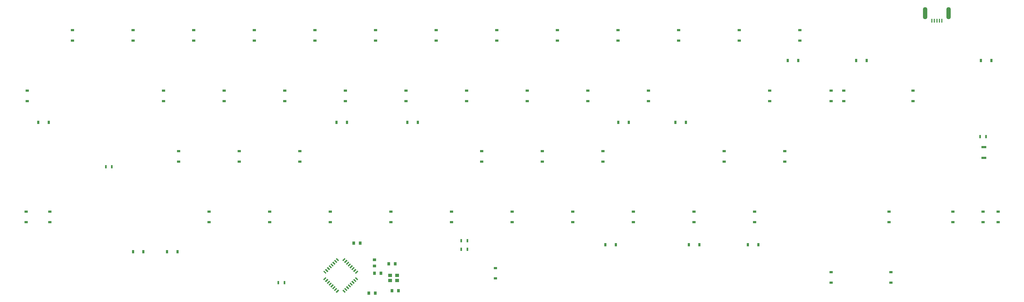
<source format=gbp>
G04 #@! TF.GenerationSoftware,KiCad,Pcbnew,(5.1.12)-1*
G04 #@! TF.CreationDate,2021-12-15T00:33:09-05:00*
G04 #@! TF.ProjectId,alps66,616c7073-3636-42e6-9b69-6361645f7063,F*
G04 #@! TF.SameCoordinates,Original*
G04 #@! TF.FileFunction,Paste,Bot*
G04 #@! TF.FilePolarity,Positive*
%FSLAX46Y46*%
G04 Gerber Fmt 4.6, Leading zero omitted, Abs format (unit mm)*
G04 Created by KiCad (PCBNEW (5.1.12)-1) date 2021-12-15 00:33:09*
%MOMM*%
%LPD*%
G01*
G04 APERTURE LIST*
%ADD10R,0.740000X1.040000*%
%ADD11C,0.100000*%
%ADD12R,0.340000X1.240000*%
%ADD13O,1.340000X3.840000*%
%ADD14R,0.840000X1.090000*%
%ADD15R,0.540000X1.140000*%
%ADD16R,1.540000X0.740000*%
%ADD17R,1.240000X1.040000*%
%ADD18R,1.040000X0.740000*%
%ADD19R,1.090000X0.840000*%
G04 APERTURE END LIST*
D10*
X80650000Y-106250000D03*
X77350000Y-106250000D03*
D11*
G36*
X137395862Y-114924937D02*
G01*
X137084735Y-115236064D01*
X136349344Y-114500673D01*
X136660471Y-114189546D01*
X137395862Y-114924937D01*
G37*
G36*
X136830176Y-115490622D02*
G01*
X136519049Y-115801749D01*
X135783658Y-115066358D01*
X136094785Y-114755231D01*
X136830176Y-115490622D01*
G37*
G36*
X136264491Y-116056308D02*
G01*
X135953364Y-116367435D01*
X135217973Y-115632044D01*
X135529100Y-115320917D01*
X136264491Y-116056308D01*
G37*
G36*
X135698806Y-116621993D02*
G01*
X135387679Y-116933120D01*
X134652288Y-116197729D01*
X134963415Y-115886602D01*
X135698806Y-116621993D01*
G37*
G36*
X135133120Y-117187679D02*
G01*
X134821993Y-117498806D01*
X134086602Y-116763415D01*
X134397729Y-116452288D01*
X135133120Y-117187679D01*
G37*
G36*
X134567435Y-117753364D02*
G01*
X134256308Y-118064491D01*
X133520917Y-117329100D01*
X133832044Y-117017973D01*
X134567435Y-117753364D01*
G37*
G36*
X134001749Y-118319049D02*
G01*
X133690622Y-118630176D01*
X132955231Y-117894785D01*
X133266358Y-117583658D01*
X134001749Y-118319049D01*
G37*
G36*
X133436064Y-118884735D02*
G01*
X133124937Y-119195862D01*
X132389546Y-118460471D01*
X132700673Y-118149344D01*
X133436064Y-118884735D01*
G37*
G36*
X130650063Y-119195862D02*
G01*
X130338936Y-118884735D01*
X131074327Y-118149344D01*
X131385454Y-118460471D01*
X130650063Y-119195862D01*
G37*
G36*
X130084378Y-118630176D02*
G01*
X129773251Y-118319049D01*
X130508642Y-117583658D01*
X130819769Y-117894785D01*
X130084378Y-118630176D01*
G37*
G36*
X129518692Y-118064491D02*
G01*
X129207565Y-117753364D01*
X129942956Y-117017973D01*
X130254083Y-117329100D01*
X129518692Y-118064491D01*
G37*
G36*
X128953007Y-117498806D02*
G01*
X128641880Y-117187679D01*
X129377271Y-116452288D01*
X129688398Y-116763415D01*
X128953007Y-117498806D01*
G37*
G36*
X128387321Y-116933120D02*
G01*
X128076194Y-116621993D01*
X128811585Y-115886602D01*
X129122712Y-116197729D01*
X128387321Y-116933120D01*
G37*
G36*
X127821636Y-116367435D02*
G01*
X127510509Y-116056308D01*
X128245900Y-115320917D01*
X128557027Y-115632044D01*
X127821636Y-116367435D01*
G37*
G36*
X127255951Y-115801749D02*
G01*
X126944824Y-115490622D01*
X127680215Y-114755231D01*
X127991342Y-115066358D01*
X127255951Y-115801749D01*
G37*
G36*
X126690265Y-115236064D02*
G01*
X126379138Y-114924937D01*
X127114529Y-114189546D01*
X127425656Y-114500673D01*
X126690265Y-115236064D01*
G37*
G36*
X127425656Y-112874327D02*
G01*
X127114529Y-113185454D01*
X126379138Y-112450063D01*
X126690265Y-112138936D01*
X127425656Y-112874327D01*
G37*
G36*
X127991342Y-112308642D02*
G01*
X127680215Y-112619769D01*
X126944824Y-111884378D01*
X127255951Y-111573251D01*
X127991342Y-112308642D01*
G37*
G36*
X128557027Y-111742956D02*
G01*
X128245900Y-112054083D01*
X127510509Y-111318692D01*
X127821636Y-111007565D01*
X128557027Y-111742956D01*
G37*
G36*
X129122712Y-111177271D02*
G01*
X128811585Y-111488398D01*
X128076194Y-110753007D01*
X128387321Y-110441880D01*
X129122712Y-111177271D01*
G37*
G36*
X129688398Y-110611585D02*
G01*
X129377271Y-110922712D01*
X128641880Y-110187321D01*
X128953007Y-109876194D01*
X129688398Y-110611585D01*
G37*
G36*
X130254083Y-110045900D02*
G01*
X129942956Y-110357027D01*
X129207565Y-109621636D01*
X129518692Y-109310509D01*
X130254083Y-110045900D01*
G37*
G36*
X130819769Y-109480215D02*
G01*
X130508642Y-109791342D01*
X129773251Y-109055951D01*
X130084378Y-108744824D01*
X130819769Y-109480215D01*
G37*
G36*
X131385454Y-108914529D02*
G01*
X131074327Y-109225656D01*
X130338936Y-108490265D01*
X130650063Y-108179138D01*
X131385454Y-108914529D01*
G37*
G36*
X132700673Y-109225656D02*
G01*
X132389546Y-108914529D01*
X133124937Y-108179138D01*
X133436064Y-108490265D01*
X132700673Y-109225656D01*
G37*
G36*
X133266358Y-109791342D02*
G01*
X132955231Y-109480215D01*
X133690622Y-108744824D01*
X134001749Y-109055951D01*
X133266358Y-109791342D01*
G37*
G36*
X133832044Y-110357027D02*
G01*
X133520917Y-110045900D01*
X134256308Y-109310509D01*
X134567435Y-109621636D01*
X133832044Y-110357027D01*
G37*
G36*
X134397729Y-110922712D02*
G01*
X134086602Y-110611585D01*
X134821993Y-109876194D01*
X135133120Y-110187321D01*
X134397729Y-110922712D01*
G37*
G36*
X134963415Y-111488398D02*
G01*
X134652288Y-111177271D01*
X135387679Y-110441880D01*
X135698806Y-110753007D01*
X134963415Y-111488398D01*
G37*
G36*
X135529100Y-112054083D02*
G01*
X135217973Y-111742956D01*
X135953364Y-111007565D01*
X136264491Y-111318692D01*
X135529100Y-112054083D01*
G37*
G36*
X136094785Y-112619769D02*
G01*
X135783658Y-112308642D01*
X136519049Y-111573251D01*
X136830176Y-111884378D01*
X136094785Y-112619769D01*
G37*
G36*
X136660471Y-113185454D02*
G01*
X136349344Y-112874327D01*
X137084735Y-112138936D01*
X137395862Y-112450063D01*
X136660471Y-113185454D01*
G37*
D12*
X317650000Y-33537500D03*
X318450000Y-33537500D03*
X319250000Y-33537500D03*
X320050000Y-33537500D03*
X320850000Y-33537500D03*
D13*
X315600000Y-31137500D03*
X322900000Y-31137500D03*
D14*
X136000000Y-103500000D03*
X138000000Y-103500000D03*
X148000000Y-118500000D03*
X150000000Y-118500000D03*
X147000000Y-110000000D03*
X149000000Y-110000000D03*
X140750000Y-119250000D03*
X142750000Y-119250000D03*
X142500000Y-113000000D03*
X144500000Y-113000000D03*
D15*
X171700000Y-102750000D03*
X169800000Y-102750000D03*
X171700000Y-105500000D03*
X169800000Y-105500000D03*
X114200000Y-116000000D03*
X112300000Y-116000000D03*
X58050000Y-79500000D03*
X59950000Y-79500000D03*
D16*
X334000000Y-73300000D03*
X334000000Y-76700000D03*
D17*
X147400000Y-113700000D03*
X149600000Y-113700000D03*
X149600000Y-115300000D03*
X147400000Y-115300000D03*
D15*
X332800000Y-70000000D03*
X334700000Y-70000000D03*
D10*
X259850000Y-104000000D03*
X263150000Y-104000000D03*
D18*
X204787500Y-96900000D03*
X204787500Y-93600000D03*
X223837500Y-93600000D03*
X223837500Y-96900000D03*
X214312500Y-77850000D03*
X214312500Y-74550000D03*
D10*
X219100000Y-65500000D03*
X222400000Y-65500000D03*
D18*
X228600000Y-55500000D03*
X228600000Y-58800000D03*
X238125000Y-39750000D03*
X238125000Y-36450000D03*
X257162500Y-36437500D03*
X257162500Y-39737500D03*
D10*
X336400000Y-46000000D03*
X333100000Y-46000000D03*
D18*
X286000000Y-112650000D03*
X286000000Y-115950000D03*
X242887500Y-93600000D03*
X242887500Y-96900000D03*
X261937500Y-93600000D03*
X261937500Y-96900000D03*
X252412500Y-74550000D03*
X252412500Y-77850000D03*
X271462500Y-77850000D03*
X271462500Y-74550000D03*
D10*
X240400000Y-65500000D03*
X237100000Y-65500000D03*
D18*
X266700000Y-55500000D03*
X266700000Y-58800000D03*
X276225000Y-36450000D03*
X276225000Y-39750000D03*
X338500000Y-93600000D03*
X338500000Y-96900000D03*
X304800000Y-115950000D03*
X304800000Y-112650000D03*
X304250000Y-96900000D03*
X304250000Y-93600000D03*
X324250000Y-93600000D03*
X324250000Y-96900000D03*
X290000000Y-55500000D03*
X290000000Y-58800000D03*
X286000000Y-58800000D03*
X286000000Y-55500000D03*
D10*
X275650000Y-46000000D03*
X272350000Y-46000000D03*
X297150000Y-46000000D03*
X293850000Y-46000000D03*
D18*
X311750000Y-55500000D03*
X311750000Y-58800000D03*
X333750000Y-96900000D03*
X333750000Y-93600000D03*
X33000000Y-93600000D03*
X33000000Y-96900000D03*
X40481250Y-93600000D03*
X40481250Y-96900000D03*
D10*
X40150000Y-65500000D03*
X36850000Y-65500000D03*
D18*
X80962500Y-77850000D03*
X80962500Y-74550000D03*
X33337500Y-58800000D03*
X33337500Y-55500000D03*
X76200000Y-55500000D03*
X76200000Y-58800000D03*
X47625000Y-36450000D03*
X47625000Y-39750000D03*
X66675000Y-39750000D03*
X66675000Y-36450000D03*
D10*
X215100000Y-104000000D03*
X218400000Y-104000000D03*
X66600000Y-106250000D03*
X69900000Y-106250000D03*
D18*
X90487500Y-96900000D03*
X90487500Y-93600000D03*
X100012500Y-77850000D03*
X100012500Y-74550000D03*
X95250000Y-58800000D03*
X95250000Y-55500000D03*
X114300000Y-55500000D03*
X114300000Y-58800000D03*
X85725000Y-36450000D03*
X85725000Y-39750000D03*
X104775000Y-36450000D03*
X104775000Y-39750000D03*
X109537500Y-93600000D03*
X109537500Y-96900000D03*
X119062500Y-77850000D03*
X119062500Y-74550000D03*
D10*
X133900000Y-65500000D03*
X130600000Y-65500000D03*
D18*
X133350000Y-58800000D03*
X133350000Y-55500000D03*
X152400000Y-58800000D03*
X152400000Y-55500000D03*
X123825000Y-39750000D03*
X123825000Y-36450000D03*
X142875000Y-39750000D03*
X142875000Y-36450000D03*
X180500000Y-114650000D03*
X180500000Y-111350000D03*
X128587500Y-96900000D03*
X128587500Y-93600000D03*
X147637500Y-96900000D03*
X147637500Y-93600000D03*
D10*
X152850000Y-65500000D03*
X156150000Y-65500000D03*
D18*
X171450000Y-58800000D03*
X171450000Y-55500000D03*
X190500000Y-55500000D03*
X190500000Y-58800000D03*
X161925000Y-39750000D03*
X161925000Y-36450000D03*
X180975000Y-36450000D03*
X180975000Y-39750000D03*
D10*
X244650000Y-104000000D03*
X241350000Y-104000000D03*
D18*
X166687500Y-96900000D03*
X166687500Y-93600000D03*
X185737500Y-96900000D03*
X185737500Y-93600000D03*
X176212500Y-77850000D03*
X176212500Y-74550000D03*
X195262500Y-77850000D03*
X195262500Y-74550000D03*
X209550000Y-55500000D03*
X209550000Y-58800000D03*
X200025000Y-36450000D03*
X200025000Y-39750000D03*
X219075000Y-36450000D03*
X219075000Y-39750000D03*
D19*
X142500000Y-108750000D03*
X142500000Y-110750000D03*
M02*

</source>
